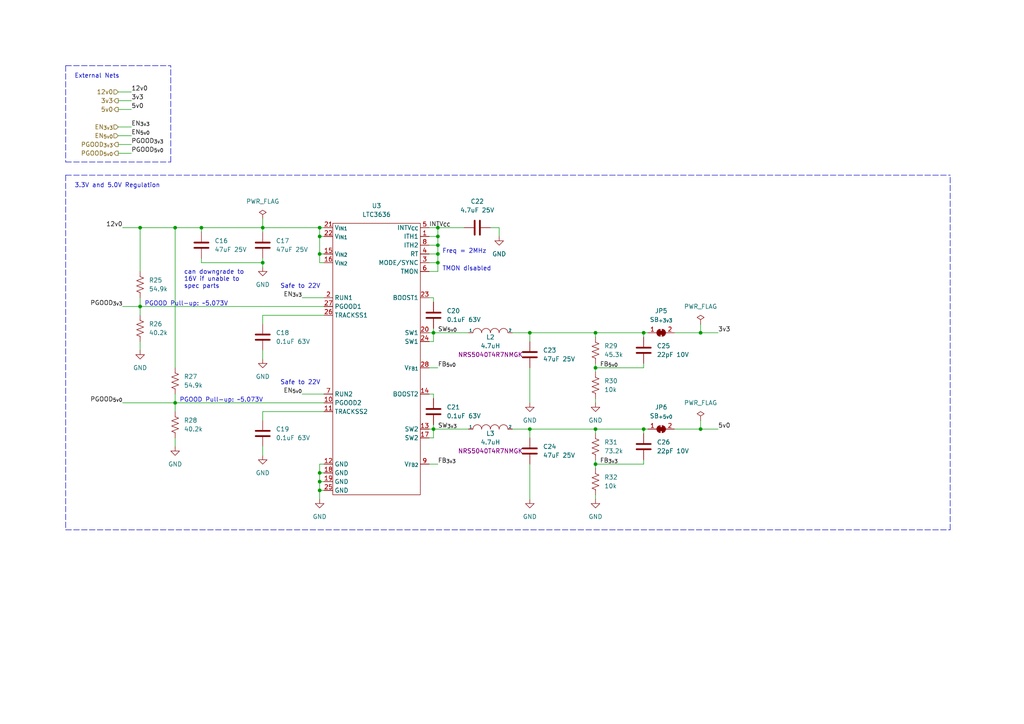
<source format=kicad_sch>
(kicad_sch (version 20211123) (generator eeschema)
  (paper "A4")
  (title_block (title "Bodge Control") (date "2022-12-07") (rev "1.0.0") (company "The A-Team (RC SSL)") (comment 1 "W. Stuckey & R. Osawa"))
  (lib_symbols
    (symbol "AT-PowerIC:LTC3636"
      (property "Reference" "U" (at 0 41.91 0))
      (property "Value" "LTC3636" (at 0 -41.91 0))
      (symbol "LTC3636_0_1"
        (rectangle (start -12.7 39.37) (end 12.7 -39.37) (stroke (width 0.1524)))
      )
      (symbol "LTC3636_1_1"
        (pin passive line (at 15.24 35.56 180) (length 2.54) (name "ITH1") (number "1"))
        (pin input line (at -15.24 -12.7 0) (length 2.54) (name "PGOOD2") (number "10"))
        (pin input line (at -15.24 -15.24 0) (length 2.54) (name "TRACKSS2") (number "11"))
        (pin power_in line (at -15.24 -30.48 0) (length 2.54) (name "GND") (number "12"))
        (pin power_out line (at 15.24 -20.32 180) (length 2.54) (name "SW2") (number "13"))
        (pin bidirectional line (at 15.24 -10.16 180) (length 2.54) (name "BOOST2") (number "14"))
        (pin power_in line (at -15.24 30.48 0) (length 2.54) (name "V_{IN2}") (number "15"))
        (pin power_in line (at -15.24 27.94 0) (length 2.54) (name "V_{IN2}") (number "16"))
        (pin passive line (at 15.24 -22.86 180) (length 2.54) (name "SW2") (number "17"))
        (pin power_in line (at -15.24 -33.02 0) (length 2.54) (name "GND") (number "18"))
        (pin power_in line (at -15.24 -35.56 0) (length 2.54) (name "GND") (number "19"))
        (pin input line (at -15.24 17.78 0) (length 2.54) (name "RUN1") (number "2"))
        (pin power_out line (at 15.24 7.62 180) (length 2.54) (name "SW1") (number "20"))
        (pin power_in line (at -15.24 38.1 0) (length 2.54) (name "V_{IN1}") (number "21"))
        (pin power_in line (at -15.24 35.56 0) (length 2.54) (name "V_{IN1}") (number "22"))
        (pin bidirectional line (at 15.24 17.78 180) (length 2.54) (name "BOOST1") (number "23"))
        (pin passive line (at 15.24 5.08 180) (length 2.54) (name "SW1") (number "24"))
        (pin power_in line (at -15.24 -38.1 0) (length 2.54) (name "GND") (number "25"))
        (pin input line (at -15.24 12.7 0) (length 2.54) (name "TRACKSS1") (number "26"))
        (pin input line (at -15.24 15.24 0) (length 2.54) (name "PGOOD1") (number "27"))
        (pin input line (at 15.24 -2.54 180) (length 2.54) (name "V_{FB1}") (number "28"))
        (pin input line (at 15.24 27.94 180) (length 2.54) (name "MODE/SYNC") (number "3"))
        (pin input line (at 15.24 30.48 180) (length 2.54) (name "RT") (number "4"))
        (pin power_out line (at 15.24 38.1 180) (length 2.54) (name "INTV_{CC}") (number "5"))
        (pin passive line (at 15.24 25.4 180) (length 2.54) (name "TMON") (number "6"))
        (pin input line (at -15.24 -10.16 0) (length 2.54) (name "RUN2") (number "7"))
        (pin passive line (at 15.24 33.02 180) (length 2.54) (name "ITH2") (number "8"))
        (pin output line (at 15.24 -30.48 180) (length 2.54) (name "V_{FB2}") (number "9"))
      )
    )
    (symbol "Device:C" (pin_numbers hide) (pin_names (offset 0.254))
      (property "Reference" "C" (at 0.635 2.54 0))
      (property "Value" "C" (at 0.635 -2.54 0))
      (symbol "C_0_1"
        (polyline (pts (xy -2.032 -0.762) (xy 2.032 -0.762)) (stroke (width 0.508)))
        (polyline (pts (xy -2.032 0.762) (xy 2.032 0.762)) (stroke (width 0.508)))
      )
      (symbol "C_1_1"
        (pin passive line (at 0 3.81 270) (length 2.794) (name "~") (number "1"))
        (pin passive line (at 0 -3.81 90) (length 2.794) (name "~") (number "2"))
      )
    )
    (symbol "Device:R_US" (pin_numbers hide) (pin_names (offset 0))
      (property "Reference" "R" (at 2.54 0 90))
      (property "Value" "R_US" (at -2.54 0 90))
      (symbol "R_US_0_1"
        (polyline (pts (xy 0 -2.286) (xy 0 -2.54)))
        (polyline (pts (xy 0 2.286) (xy 0 2.54)))
        (polyline (pts (xy 0 -0.762) (xy 1.016 -1.143) (xy 0 -1.524) (xy -1.016 -1.905) (xy 0 -2.286)))
        (polyline (pts (xy 0 0.762) (xy 1.016 0.381) (xy 0 0) (xy -1.016 -0.381) (xy 0 -0.762)))
        (polyline (pts (xy 0 2.286) (xy 1.016 1.905) (xy 0 1.524) (xy -1.016 1.143) (xy 0 0.762)))
      )
      (symbol "R_US_1_1"
        (pin passive line (at 0 3.81 270) (length 1.27) (name "~") (number "1"))
        (pin passive line (at 0 -3.81 90) (length 1.27) (name "~") (number "2"))
      )
    )
    (symbol "Jumper:SolderJumper_2_Bridged" (pin_names (offset 0) hide)
      (property "Reference" "JP" (at 0 2.032 0))
      (property "Value" "SolderJumper_2_Bridged" (at 0 -2.54 0))
      (symbol "SolderJumper_2_Bridged_0_1"
        (rectangle (start -0.508 0.508) (end 0.508 -0.508) (fill (type outline)))
        (arc (start -0.254 1.016) (mid -1.27 0) (end -0.254 -1.016))
        (arc (start -0.254 1.016) (mid -1.27 0) (end -0.254 -1.016) (fill (type outline)))
        (polyline (pts (xy -0.254 1.016) (xy -0.254 -1.016)))
        (polyline (pts (xy 0.254 1.016) (xy 0.254 -1.016)))
        (arc (start 0.254 -1.016) (mid 1.27 0) (end 0.254 1.016))
        (arc (start 0.254 -1.016) (mid 1.27 0) (end 0.254 1.016) (fill (type outline)))
      )
      (symbol "SolderJumper_2_Bridged_1_1"
        (pin passive line (at -3.81 0 0) (length 2.54) (name "A") (number "1"))
        (pin passive line (at 3.81 0 180) (length 2.54) (name "B") (number "2"))
      )
    )
    (symbol "power:GND" (power) (pin_names (offset 0))
      (property "Value" "GND" (at 0 -3.81 0))
      (symbol "GND_0_1"
        (polyline (pts (xy 0 0) (xy 0 -1.27) (xy 1.27 -1.27) (xy 0 -2.54) (xy -1.27 -1.27) (xy 0 -1.27)))
      )
      (symbol "GND_1_1"
        (pin power_in line (at 0 0 270) (length 0) hide (name "GND") (number "1"))
      )
    )
    (symbol "power:PWR_FLAG" (power) (pin_numbers hide) (pin_names (offset 0) hide)
      (property "Value" "PWR_FLAG" (at 0 3.81 0))
      (symbol "PWR_FLAG_0_0"
        (pin power_out line (at 0 0 90) (length 0) (name "pwr") (number "1"))
      )
      (symbol "PWR_FLAG_0_1"
        (polyline (pts (xy 0 0) (xy 0 1.27) (xy -1.016 1.905) (xy 0 2.54) (xy 1.016 1.905) (xy 0 1.27)))
      )
    )
    (symbol "pspice:INDUCTOR" (pin_numbers hide) (pin_names (offset 0))
      (property "Reference" "L" (at 0 2.54 0))
      (property "Value" "INDUCTOR" (at 0 -1.27 0))
      (symbol "INDUCTOR_0_1"
        (arc (start -2.54 0) (mid -3.81 1.27) (end -5.08 0))
        (arc (start 0 0) (mid -1.27 1.27) (end -2.54 0))
        (arc (start 2.54 0) (mid 1.27 1.27) (end 0 0))
        (arc (start 5.08 0) (mid 3.81 1.27) (end 2.54 0))
      )
      (symbol "INDUCTOR_1_1"
        (pin input line (at -6.35 0 0) (length 1.27) (name "1") (number "1"))
        (pin input line (at 6.35 0 180) (length 1.27) (name "2") (number "2"))
      )
    )
  )
  (junction (at 76.2 76.2) (diameter 0.9144))
  (junction (at 40.64 66.04) (diameter 0.9144))
  (junction (at 153.67 96.52) (diameter 0.9144))
  (junction (at 172.72 134.62) (diameter 0.9144))
  (junction (at 92.71 142.24) (diameter 0.9144))
  (junction (at 127 68.58) (diameter 0.9144))
  (junction (at 58.42 66.04) (diameter 0.9144))
  (junction (at 40.64 88.9) (diameter 0.9144))
  (junction (at 172.72 106.68) (diameter 0.9144))
  (junction (at 172.72 96.52))
  (junction (at 127 76.2))
  (junction (at 92.71 139.7) (diameter 0.9144))
  (junction (at 186.69 124.46))
  (junction (at 127 73.66) (diameter 0.9144))
  (junction (at 203.2 96.52))
  (junction (at 92.71 73.66) (diameter 0.9144))
  (junction (at 92.71 137.16) (diameter 0.9144))
  (junction (at 127 71.12) (diameter 0.9144))
  (junction (at 153.67 124.46) (diameter 0.9144))
  (junction (at 50.8 116.84) (diameter 0.9144))
  (junction (at 172.72 124.46))
  (junction (at 186.69 96.52))
  (junction (at 125.73 96.52) (diameter 0.9144))
  (junction (at 92.71 68.58) (diameter 0.9144))
  (junction (at 50.8 66.04) (diameter 0.9144))
  (junction (at 92.71 66.04) (diameter 0.9144))
  (junction (at 76.2 66.04) (diameter 0.9144))
  (junction (at 203.2 124.46))
  (junction (at 127 66.04) (diameter 0.9144))
  (junction (at 125.73 124.46) (diameter 0.9144))
  (wire (pts (xy 76.2 63.5) (xy 76.2 66.04)))
  (wire (pts (xy 92.71 76.2) (xy 92.71 73.66)))
  (wire (pts (xy 124.46 114.3) (xy 125.73 114.3)))
  (wire (pts (xy 76.2 91.44) (xy 93.98 91.44)))
  (wire (pts (xy 172.72 106.68) (xy 172.72 107.95)))
  (wire (pts (xy 50.8 127) (xy 50.8 129.54)))
  (wire (pts (xy 87.63 114.3) (xy 93.98 114.3)))
  (wire (pts (xy 76.2 129.54) (xy 76.2 132.08)))
  (wire (pts (xy 92.71 137.16) (xy 92.71 139.7)))
  (wire (pts (xy 124.46 71.12) (xy 127 71.12)))
  (wire (pts (xy 153.67 106.68) (xy 153.67 116.84)))
  (wire (pts (xy 35.56 66.04) (xy 40.64 66.04)))
  (wire (pts (xy 40.64 99.06) (xy 40.64 101.6)))
  (wire (pts (xy 125.73 124.46) (xy 125.73 127)))
  (wire (pts (xy 127 66.04) (xy 124.46 66.04)))
  (wire (pts (xy 124.46 124.46) (xy 125.73 124.46)))
  (wire (pts (xy 203.2 96.52) (xy 208.28 96.52)))
  (wire (pts (xy 125.73 114.3) (xy 125.73 115.57)))
  (wire (pts (xy 125.73 124.46) (xy 125.73 123.19)))
  (wire (pts (xy 125.73 86.36) (xy 125.73 87.63)))
  (wire (pts (xy 124.46 68.58) (xy 127 68.58)))
  (wire (pts (xy 125.73 96.52) (xy 135.89 96.52)))
  (wire (pts (xy 76.2 66.04) (xy 76.2 67.31)))
  (wire (pts (xy 127 71.12) (xy 127 68.58)))
  (wire (pts (xy 172.72 143.51) (xy 172.72 144.78)))
  (polyline (pts (xy 19.05 50.8) (xy 19.05 153.67)) (stroke (width 0) (type dash)))
  (polyline (pts (xy 19.05 50.8) (xy 275.59 50.8)) (stroke (width 0) (type dash)))
  (polyline (pts (xy 19.05 153.67) (xy 275.59 153.67)) (stroke (width 0) (type dash)))
  (polyline (pts (xy 275.59 153.67) (xy 275.59 50.8)) (stroke (width 0) (type dash)))
  (wire (pts (xy 34.29 26.67) (xy 38.1 26.67)))
  (wire (pts (xy 153.67 96.52) (xy 172.72 96.52)))
  (wire (pts (xy 40.64 88.9) (xy 93.98 88.9)))
  (wire (pts (xy 153.67 124.46) (xy 172.72 124.46)))
  (wire (pts (xy 50.8 116.84) (xy 93.98 116.84)))
  (wire (pts (xy 172.72 124.46) (xy 186.69 124.46)))
  (wire (pts (xy 186.69 133.35) (xy 186.69 134.62)))
  (wire (pts (xy 148.59 96.52) (xy 153.67 96.52)))
  (wire (pts (xy 35.56 116.84) (xy 50.8 116.84)))
  (wire (pts (xy 76.2 76.2) (xy 76.2 77.47)))
  (wire (pts (xy 92.71 68.58) (xy 93.98 68.58)))
  (wire (pts (xy 92.71 68.58) (xy 92.71 66.04)))
  (wire (pts (xy 76.2 101.6) (xy 76.2 104.14)))
  (wire (pts (xy 203.2 121.92) (xy 203.2 124.46)))
  (wire (pts (xy 172.72 134.62) (xy 186.69 134.62)))
  (wire (pts (xy 127 73.66) (xy 127 71.12)))
  (wire (pts (xy 76.2 66.04) (xy 58.42 66.04)))
  (wire (pts (xy 127 66.04) (xy 134.62 66.04)))
  (wire (pts (xy 58.42 66.04) (xy 58.42 67.31)))
  (wire (pts (xy 124.46 127) (xy 125.73 127)))
  (wire (pts (xy 76.2 74.93) (xy 76.2 76.2)))
  (wire (pts (xy 92.71 139.7) (xy 93.98 139.7)))
  (wire (pts (xy 92.71 66.04) (xy 76.2 66.04)))
  (wire (pts (xy 172.72 133.35) (xy 172.72 134.62)))
  (polyline (pts (xy 19.05 19.05) (xy 19.05 46.99)) (stroke (width 0) (type dash)))
  (polyline (pts (xy 19.05 19.05) (xy 49.53 19.05)) (stroke (width 0) (type dash)))
  (polyline (pts (xy 19.05 46.99) (xy 49.53 46.99)) (stroke (width 0) (type dash)))
  (polyline (pts (xy 49.53 46.99) (xy 49.53 19.05)) (stroke (width 0) (type dash)))
  (wire (pts (xy 34.29 44.45) (xy 38.1 44.45)))
  (wire (pts (xy 124.46 99.06) (xy 125.73 99.06)))
  (wire (pts (xy 50.8 66.04) (xy 40.64 66.04)))
  (wire (pts (xy 50.8 66.04) (xy 50.8 106.68)))
  (wire (pts (xy 186.69 106.68) (xy 172.72 106.68)))
  (wire (pts (xy 124.46 76.2) (xy 127 76.2)))
  (wire (pts (xy 92.71 134.62) (xy 92.71 137.16)))
  (wire (pts (xy 92.71 142.24) (xy 92.71 144.78)))
  (wire (pts (xy 195.58 96.52) (xy 203.2 96.52)))
  (wire (pts (xy 125.73 96.52) (xy 125.73 95.25)))
  (wire (pts (xy 34.29 41.91) (xy 38.1 41.91)))
  (wire (pts (xy 195.58 124.46) (xy 203.2 124.46)))
  (wire (pts (xy 34.29 29.21) (xy 38.1 29.21)))
  (wire (pts (xy 172.72 124.46) (xy 172.72 125.73)))
  (wire (pts (xy 92.71 73.66) (xy 93.98 73.66)))
  (wire (pts (xy 92.71 137.16) (xy 93.98 137.16)))
  (wire (pts (xy 125.73 124.46) (xy 135.89 124.46)))
  (wire (pts (xy 34.29 31.75) (xy 38.1 31.75)))
  (wire (pts (xy 50.8 114.3) (xy 50.8 116.84)))
  (wire (pts (xy 93.98 76.2) (xy 92.71 76.2)))
  (wire (pts (xy 186.69 96.52) (xy 187.96 96.52)))
  (wire (pts (xy 58.42 74.93) (xy 58.42 76.2)))
  (wire (pts (xy 186.69 97.79) (xy 186.69 96.52)))
  (wire (pts (xy 186.69 105.41) (xy 186.69 106.68)))
  (wire (pts (xy 50.8 66.04) (xy 58.42 66.04)))
  (wire (pts (xy 125.73 99.06) (xy 125.73 96.52)))
  (wire (pts (xy 142.24 66.04) (xy 144.78 66.04)))
  (wire (pts (xy 58.42 76.2) (xy 76.2 76.2)))
  (wire (pts (xy 186.69 96.52) (xy 172.72 96.52)))
  (wire (pts (xy 124.46 86.36) (xy 125.73 86.36)))
  (wire (pts (xy 172.72 105.41) (xy 172.72 106.68)))
  (wire (pts (xy 87.63 86.36) (xy 93.98 86.36)))
  (wire (pts (xy 153.67 99.06) (xy 153.67 96.52)))
  (wire (pts (xy 76.2 121.92) (xy 76.2 119.38)))
  (wire (pts (xy 34.29 36.83) (xy 38.1 36.83)))
  (wire (pts (xy 172.72 96.52) (xy 172.72 97.79)))
  (wire (pts (xy 124.46 78.74) (xy 127 78.74)))
  (wire (pts (xy 124.46 96.52) (xy 125.73 96.52)))
  (wire (pts (xy 203.2 124.46) (xy 208.28 124.46)))
  (wire (pts (xy 186.69 124.46) (xy 187.96 124.46)))
  (wire (pts (xy 203.2 93.98) (xy 203.2 96.52)))
  (wire (pts (xy 148.59 124.46) (xy 153.67 124.46)))
  (wire (pts (xy 186.69 125.73) (xy 186.69 124.46)))
  (wire (pts (xy 93.98 134.62) (xy 92.71 134.62)))
  (wire (pts (xy 76.2 119.38) (xy 93.98 119.38)))
  (wire (pts (xy 153.67 134.62) (xy 153.67 144.78)))
  (wire (pts (xy 127 76.2) (xy 127 78.74)))
  (wire (pts (xy 124.46 106.68) (xy 127 106.68)))
  (wire (pts (xy 34.29 39.37) (xy 38.1 39.37)))
  (wire (pts (xy 172.72 115.57) (xy 172.72 116.84)))
  (wire (pts (xy 76.2 93.98) (xy 76.2 91.44)))
  (wire (pts (xy 127 76.2) (xy 127 73.66)))
  (wire (pts (xy 127 68.58) (xy 127 66.04)))
  (wire (pts (xy 40.64 86.36) (xy 40.64 88.9)))
  (wire (pts (xy 40.64 66.04) (xy 40.64 78.74)))
  (wire (pts (xy 92.71 142.24) (xy 93.98 142.24)))
  (wire (pts (xy 40.64 88.9) (xy 40.64 91.44)))
  (wire (pts (xy 124.46 73.66) (xy 127 73.66)))
  (wire (pts (xy 92.71 139.7) (xy 92.71 142.24)))
  (wire (pts (xy 92.71 73.66) (xy 92.71 68.58)))
  (wire (pts (xy 50.8 116.84) (xy 50.8 119.38)))
  (wire (pts (xy 92.71 66.04) (xy 93.98 66.04)))
  (wire (pts (xy 144.78 66.04) (xy 144.78 68.58)))
  (wire (pts (xy 153.67 124.46) (xy 153.67 127)))
  (wire (pts (xy 172.72 134.62) (xy 172.72 135.89)))
  (wire (pts (xy 124.46 134.62) (xy 127 134.62)))
  (wire (pts (xy 35.56 88.9) (xy 40.64 88.9)))
  (text "External Nets" (at 21.59 22.86 0) (effects (font (size 1.27 1.27)) (justify left bottom)))
  (text "Safe to 22V" (at 81.28 83.82 0) (effects (font (size 1.27 1.27)) (justify left bottom)))
  (text "Freq = 2MHz" (at 128.27 73.66 0) (effects (font (size 1.27 1.27)) (justify left bottom)))
  (text "PGOOD Pull-up: ~5.073V" (at 41.91 88.9 0) (effects (font (size 1.27 1.27)) (justify left bottom)))
  (text "PGOOD Pull-up: ~5.073V" (at 52.07 116.84 0) (effects (font (size 1.27 1.27)) (justify left bottom)))
  (text "Safe to 22V" (at 81.28 111.76 0) (effects (font (size 1.27 1.27)) (justify left bottom)))
  (text "TMON disabled" (at 128.27 78.74 0) (effects (font (size 1.27 1.27)) (justify left bottom)))
  (text "3.3V and 5.0V Regulation" (at 21.59 54.61 0) (effects (font (size 1.27 1.27)) (justify left bottom)))
  (text "can downgrade to \n16V if unable to \nspec parts" (at 53.34 83.82 0) (effects (font (size 1.27 1.27)) (justify left bottom)))
  (label "3v3" (at 208.28 96.52 0))
  (label "EN_{3v3}" (at 38.1 36.83 0))
  (label "5v0" (at 38.1 31.75 0))
  (label "3v3" (at 38.1 29.21 0))
  (label "PGOOD_{5v0}" (at 35.56 116.84 180))
  (label "5v0" (at 208.28 124.46 0))
  (label "12v0" (at 35.56 66.04 180))
  (label "PGOOD_{3v3}" (at 35.56 88.9 180))
  (label "SW_{3v3}" (at 127 124.46 0))
  (label "FB_{5v0}" (at 127 106.68 0))
  (label "EN_{5v0}" (at 87.63 114.3 180))
  (label "PGOOD_{5v0}" (at 38.1 44.45 0))
  (label "PGOOD_{3v3}" (at 38.1 41.91 0))
  (label "EN_{5v0}" (at 38.1 39.37 0))
  (label "INTV_{CC}" (at 124.46 66.04 0))
  (label "SW_{5v0}" (at 127 96.52 0))
  (label "FB_{3v3}" (at 127 134.62 0))
  (label "EN_{3v3}" (at 87.63 86.36 180))
  (label "FB_{5v0}" (at 173.99 106.68 0))
  (label "FB_{3v3}" (at 173.99 134.62 0))
  (label "12v0" (at 38.1 26.67 0))
  (hierarchical_label "PGOOD_{3v3}" (shape output) (at 34.29 41.91 180))
  (hierarchical_label "3v3" (shape output) (at 34.29 29.21 180))
  (hierarchical_label "EN_{3v3}" (shape input) (at 34.29 36.83 180))
  (hierarchical_label "12v0" (shape input) (at 34.29 26.67 180))
  (hierarchical_label "EN_{5v0}" (shape input) (at 34.29 39.37 180))
  (hierarchical_label "5v0" (shape output) (at 34.29 31.75 180))
  (hierarchical_label "PGOOD_{5v0}" (shape output) (at 34.29 44.45 180))
  (symbol (lib_id "Device:C") (at 138.43 66.04 90) (unit 1)
    (property "Reference" "C22" (at 138.43 58.42 90))
    (property "Value" "4.7uF 25V" (at 138.43 60.96 90))
    (property "Footprint" "Capacitor_SMD:C_0805_2012Metric" (effects hide))
  )
  (symbol (lib_id "Device:C") (at 58.42 71.12 0) (unit 1)
    (property "Reference" "C16" (at 62.23 69.8499 0) (effects (justify left)))
    (property "Value" "47uF 25V" (at 62.23 72.3899 0) (effects (justify left)))
    (property "Footprint" "Capacitor_SMD:C_1210_3225Metric" (effects hide))
  )
  (symbol (lib_id "Device:R_US") (at 172.72 111.76 0) (unit 1)
    (property "Reference" "R30" (at 175.26 110.4899 0) (effects (justify left)))
    (property "Value" "10k" (at 175.26 113.0299 0) (effects (justify left)))
    (property "Footprint" "Resistor_SMD:R_0402_1005Metric_Pad0.72x0.64mm_HandSolder" (effects hide))
  )
  (symbol (lib_id "power:GND") (at 76.2 77.47 0) (unit 1)
    (property "Reference" "#PWR038" (effects hide))
    (property "Value" "GND" (at 76.2 82.55 0))
  )
  (symbol (lib_id "Device:C") (at 76.2 71.12 0) (unit 1)
    (property "Reference" "C17" (at 80.01 69.8499 0) (effects (justify left)))
    (property "Value" "47uF 25V" (at 80.01 72.3899 0) (effects (justify left)))
    (property "Footprint" "Capacitor_SMD:C_1210_3225Metric" (effects hide))
  )
  (symbol (lib_id "Device:R_US") (at 50.8 123.19 180) (unit 1)
    (property "Reference" "R28" (at 53.34 121.9199 0) (effects (justify right)))
    (property "Value" "40.2k" (at 53.34 124.4599 0) (effects (justify right)))
    (property "Footprint" "Resistor_SMD:R_0402_1005Metric_Pad0.72x0.64mm_HandSolder" (effects hide))
  )
  (symbol (lib_id "power:GND") (at 153.67 144.78 0) (unit 1)
    (property "Reference" "#PWR044" (effects hide))
    (property "Value" "GND" (at 153.67 149.86 0))
  )
  (symbol (lib_id "power:GND") (at 50.8 129.54 0) (unit 1)
    (property "Reference" "#PWR037" (effects hide))
    (property "Value" "GND" (at 50.8 134.62 0))
  )
  (symbol (lib_id "Device:R_US") (at 40.64 82.55 180) (unit 1)
    (property "Reference" "R25" (at 43.18 81.2799 0) (effects (justify right)))
    (property "Value" "54.9k" (at 43.18 83.8199 0) (effects (justify right)))
    (property "Footprint" "Resistor_SMD:R_0402_1005Metric_Pad0.72x0.64mm_HandSolder" (effects hide))
  )
  (symbol (lib_id "Device:R_US") (at 50.8 110.49 180) (unit 1)
    (property "Reference" "R27" (at 53.34 109.2199 0) (effects (justify right)))
    (property "Value" "54.9k" (at 53.34 111.7599 0) (effects (justify right)))
    (property "Footprint" "Resistor_SMD:R_0402_1005Metric_Pad0.72x0.64mm_HandSolder" (effects hide))
  )
  (symbol (lib_id "power:GND") (at 40.64 101.6 0) (unit 1)
    (property "Reference" "#PWR036" (effects hide))
    (property "Value" "GND" (at 40.64 106.68 0))
  )
  (symbol (lib_id "Device:C") (at 153.67 102.87 0) (unit 1)
    (property "Reference" "C23" (at 157.48 101.5999 0) (effects (justify left)))
    (property "Value" "47uF 25V" (at 157.48 104.1399 0) (effects (justify left)))
    (property "Footprint" "Capacitor_SMD:C_1210_3225Metric" (effects hide))
  )
  (symbol (lib_id "Jumper:SolderJumper_2_Bridged") (at 191.77 124.46 0) (unit 1)
    (property "Reference" "JP6" (at 191.77 118.11 0))
    (property "Value" "SB_{+5v0}" (at 191.77 120.65 0))
    (property "Footprint" "AT-BoardFeatures:SolderJumper-2_2.0x1.2mm_Closed" (effects hide))
  )
  (symbol (lib_id "power:GND") (at 76.2 104.14 0) (unit 1)
    (property "Reference" "#PWR039" (effects hide))
    (property "Value" "GND" (at 76.2 109.22 0))
  )
  (symbol (lib_id "Jumper:SolderJumper_2_Bridged") (at 191.77 96.52 0) (unit 1)
    (property "Reference" "JP5" (at 191.77 90.17 0))
    (property "Value" "SB_{+3v3}" (at 191.77 92.71 0))
    (property "Footprint" "AT-BoardFeatures:SolderJumper-2_2.0x1.2mm_Closed" (effects hide))
  )
  (symbol (lib_id "pspice:INDUCTOR") (at 142.24 96.52 0) (unit 1)
    (property "Reference" "L2" (at 142.24 97.79 0))
    (property "Value" "4.7uH" (at 142.24 100.33 0))
    (property "Footprint" "AT-Inductors:NRx-5040" (effects hide))
    (property "Value2" "NRS5040T4R7NMGK" (at 142.24 102.87 0))
  )
  (symbol (lib_id "Device:R_US") (at 172.72 139.7 0) (unit 1)
    (property "Reference" "R32" (at 175.26 138.4299 0) (effects (justify left)))
    (property "Value" "10k" (at 175.26 140.9699 0) (effects (justify left)))
    (property "Footprint" "Resistor_SMD:R_0402_1005Metric_Pad0.72x0.64mm_HandSolder" (effects hide))
  )
  (symbol (lib_id "power:GND") (at 144.78 68.58 0) (unit 1)
    (property "Reference" "#PWR042" (effects hide))
    (property "Value" "GND" (at 144.78 73.66 0))
  )
  (symbol (lib_id "Device:C") (at 153.67 130.81 0) (unit 1)
    (property "Reference" "C24" (at 157.48 129.5399 0) (effects (justify left)))
    (property "Value" "47uF 25V" (at 157.48 132.0799 0) (effects (justify left)))
    (property "Footprint" "Capacitor_SMD:C_1210_3225Metric" (effects hide))
  )
  (symbol (lib_id "power:GND") (at 172.72 144.78 0) (unit 1)
    (property "Reference" "#PWR046" (effects hide))
    (property "Value" "GND" (at 172.72 149.86 0))
  )
  (symbol (lib_id "Device:R_US") (at 40.64 95.25 180) (unit 1)
    (property "Reference" "R26" (at 43.18 93.9799 0) (effects (justify right)))
    (property "Value" "40.2k" (at 43.18 96.5199 0) (effects (justify right)))
    (property "Footprint" "Resistor_SMD:R_0402_1005Metric_Pad0.72x0.64mm_HandSolder" (effects hide))
  )
  (symbol (lib_id "AT-PowerIC:LTC3636") (at 109.22 104.14 0) (unit 1)
    (property "Reference" "U3" (at 109.22 59.69 0))
    (property "Value" "LTC3636" (at 109.22 62.23 0))
    (property "Footprint" "AT-IC:UFD_AA_NoExtraPad" (effects hide))
    (property "Datasheet" "https://www.analog.com/media/en/technical-documentation/data-sheets/ltc3636-3636-1.pdf" (effects hide))
  )
  (symbol (lib_id "Device:C") (at 125.73 91.44 0) (unit 1)
    (property "Reference" "C20" (at 129.54 90.1699 0) (effects (justify left)))
    (property "Value" "0.1uF 63V" (at 129.54 92.7099 0) (effects (justify left)))
    (property "Footprint" "Capacitor_SMD:C_0402_1005Metric" (effects hide))
  )
  (symbol (lib_id "power:GND") (at 92.71 144.78 0) (unit 1)
    (property "Reference" "#PWR041" (effects hide))
    (property "Value" "GND" (at 92.71 149.86 0))
  )
  (symbol (lib_id "power:GND") (at 172.72 116.84 0) (unit 1)
    (property "Reference" "#PWR045" (effects hide))
    (property "Value" "GND" (at 172.72 121.92 0))
  )
  (symbol (lib_id "Device:C") (at 76.2 125.73 0) (unit 1)
    (property "Reference" "C19" (at 80.01 124.4599 0) (effects (justify left)))
    (property "Value" "0.1uF 63V" (at 80.01 126.9999 0) (effects (justify left)))
    (property "Footprint" "Capacitor_SMD:C_0402_1005Metric" (effects hide))
  )
  (symbol (lib_id "Device:C") (at 76.2 97.79 0) (unit 1)
    (property "Reference" "C18" (at 80.01 96.5199 0) (effects (justify left)))
    (property "Value" "0.1uF 63V" (at 80.01 99.0599 0) (effects (justify left)))
    (property "Footprint" "Capacitor_SMD:C_0402_1005Metric" (effects hide))
  )
  (symbol (lib_id "Device:R_US") (at 172.72 129.54 0) (unit 1)
    (property "Reference" "R31" (at 175.26 128.2699 0) (effects (justify left)))
    (property "Value" "73.2k" (at 175.26 130.8099 0) (effects (justify left)))
    (property "Footprint" "Resistor_SMD:R_0402_1005Metric_Pad0.72x0.64mm_HandSolder" (effects hide))
  )
  (symbol (lib_id "power:GND") (at 76.2 132.08 0) (unit 1)
    (property "Reference" "#PWR040" (effects hide))
    (property "Value" "GND" (at 76.2 137.16 0))
  )
  (symbol (lib_id "pspice:INDUCTOR") (at 142.24 124.46 0) (unit 1)
    (property "Reference" "L3" (at 142.24 125.73 0))
    (property "Value" "4.7uH" (at 142.24 128.27 0))
    (property "Footprint" "AT-Inductors:NRx-5040" (effects hide))
    (property "Value2" "NRS5040T4R7NMGK" (at 142.24 130.81 0))
  )
  (symbol (lib_id "Device:C") (at 125.73 119.38 0) (unit 1)
    (property "Reference" "C21" (at 129.54 118.1099 0) (effects (justify left)))
    (property "Value" "0.1uF 63V" (at 129.54 120.6499 0) (effects (justify left)))
    (property "Footprint" "Capacitor_SMD:C_0402_1005Metric" (effects hide))
  )
  (symbol (lib_id "power:PWR_FLAG") (at 203.2 121.92 0) (unit 1)
    (property "Reference" "#FLG08" (effects hide))
    (property "Value" "PWR_FLAG" (at 203.2 116.84 0))
  )
  (symbol (lib_id "power:GND") (at 153.67 116.84 0) (unit 1)
    (property "Reference" "#PWR043" (effects hide))
    (property "Value" "GND" (at 153.67 121.92 0))
  )
  (symbol (lib_id "Device:C") (at 186.69 129.54 0) (unit 1)
    (property "Reference" "C26" (at 190.5 128.2699 0) (effects (justify left)))
    (property "Value" "22pF 10V" (at 190.5 130.8099 0) (effects (justify left)))
    (property "Footprint" "Capacitor_SMD:C_0402_1005Metric" (effects hide))
  )
  (symbol (lib_id "power:PWR_FLAG") (at 76.2 63.5 0) (unit 1)
    (property "Reference" "#FLG06" (effects hide))
    (property "Value" "PWR_FLAG" (at 76.2 58.42 0))
  )
  (symbol (lib_id "power:PWR_FLAG") (at 203.2 93.98 0) (unit 1)
    (property "Reference" "#FLG07" (effects hide))
    (property "Value" "PWR_FLAG" (at 203.2 88.9 0))
  )
  (symbol (lib_id "Device:R_US") (at 172.72 101.6 0) (unit 1)
    (property "Reference" "R29" (at 175.26 100.3299 0) (effects (justify left)))
    (property "Value" "45.3k" (at 175.26 102.8699 0) (effects (justify left)))
    (property "Footprint" "Resistor_SMD:R_0402_1005Metric_Pad0.72x0.64mm_HandSolder" (effects hide))
  )
  (symbol (lib_id "Device:C") (at 186.69 101.6 0) (unit 1)
    (property "Reference" "C25" (at 190.5 100.3299 0) (effects (justify left)))
    (property "Value" "22pF 10V" (at 190.5 102.8699 0) (effects (justify left)))
    (property "Footprint" "Capacitor_SMD:C_0402_1005Metric" (effects hide))
  )
)
</source>
